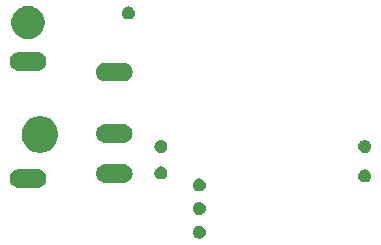
<source format=gbr>
G04 #@! TF.GenerationSoftware,KiCad,Pcbnew,5.0.1*
G04 #@! TF.CreationDate,2019-01-30T09:30:50+01:00*
G04 #@! TF.ProjectId,esp8266_rgb_strip_controller,657370383236365F736578795F737472,rev?*
G04 #@! TF.SameCoordinates,Original*
G04 #@! TF.FileFunction,Soldermask,Bot*
G04 #@! TF.FilePolarity,Negative*
%FSLAX46Y46*%
G04 Gerber Fmt 4.6, Leading zero omitted, Abs format (unit mm)*
G04 Created by KiCad (PCBNEW 5.0.1) date Wed 30 Jan 2019 09:30:50 AM CET*
%MOMM*%
%LPD*%
G01*
G04 APERTURE LIST*
%ADD10C,0.100000*%
G04 APERTURE END LIST*
D10*
G36*
X112660721Y-79220174D02*
X112760995Y-79261709D01*
X112851245Y-79322012D01*
X112927988Y-79398755D01*
X112988291Y-79489005D01*
X113029826Y-79589279D01*
X113051000Y-79695730D01*
X113051000Y-79804270D01*
X113029826Y-79910721D01*
X112988291Y-80010995D01*
X112927988Y-80101245D01*
X112851245Y-80177988D01*
X112760995Y-80238291D01*
X112660721Y-80279826D01*
X112554270Y-80301000D01*
X112445730Y-80301000D01*
X112339279Y-80279826D01*
X112239005Y-80238291D01*
X112148755Y-80177988D01*
X112072012Y-80101245D01*
X112011709Y-80010995D01*
X111970174Y-79910721D01*
X111949000Y-79804270D01*
X111949000Y-79695730D01*
X111970174Y-79589279D01*
X112011709Y-79489005D01*
X112072012Y-79398755D01*
X112148755Y-79322012D01*
X112239005Y-79261709D01*
X112339279Y-79220174D01*
X112445730Y-79199000D01*
X112554270Y-79199000D01*
X112660721Y-79220174D01*
X112660721Y-79220174D01*
G37*
G36*
X112660721Y-77220174D02*
X112760995Y-77261709D01*
X112851245Y-77322012D01*
X112927988Y-77398755D01*
X112988291Y-77489005D01*
X113029826Y-77589279D01*
X113051000Y-77695730D01*
X113051000Y-77804270D01*
X113029826Y-77910721D01*
X112988291Y-78010995D01*
X112927988Y-78101245D01*
X112851245Y-78177988D01*
X112760995Y-78238291D01*
X112660721Y-78279826D01*
X112554270Y-78301000D01*
X112445730Y-78301000D01*
X112339279Y-78279826D01*
X112239005Y-78238291D01*
X112148755Y-78177988D01*
X112072012Y-78101245D01*
X112011709Y-78010995D01*
X111970174Y-77910721D01*
X111949000Y-77804270D01*
X111949000Y-77695730D01*
X111970174Y-77589279D01*
X112011709Y-77489005D01*
X112072012Y-77398755D01*
X112148755Y-77322012D01*
X112239005Y-77261709D01*
X112339279Y-77220174D01*
X112445730Y-77199000D01*
X112554270Y-77199000D01*
X112660721Y-77220174D01*
X112660721Y-77220174D01*
G37*
G36*
X112660721Y-75220174D02*
X112760995Y-75261709D01*
X112851245Y-75322012D01*
X112927988Y-75398755D01*
X112988291Y-75489005D01*
X113029826Y-75589279D01*
X113051000Y-75695730D01*
X113051000Y-75804270D01*
X113029826Y-75910721D01*
X112988291Y-76010995D01*
X112927988Y-76101245D01*
X112851245Y-76177988D01*
X112760995Y-76238291D01*
X112660721Y-76279826D01*
X112554270Y-76301000D01*
X112445730Y-76301000D01*
X112339279Y-76279826D01*
X112239005Y-76238291D01*
X112148755Y-76177988D01*
X112072012Y-76101245D01*
X112011709Y-76010995D01*
X111970174Y-75910721D01*
X111949000Y-75804270D01*
X111949000Y-75695730D01*
X111970174Y-75589279D01*
X112011709Y-75489005D01*
X112072012Y-75398755D01*
X112148755Y-75322012D01*
X112239005Y-75261709D01*
X112339279Y-75220174D01*
X112445730Y-75199000D01*
X112554270Y-75199000D01*
X112660721Y-75220174D01*
X112660721Y-75220174D01*
G37*
G36*
X98907025Y-74410590D02*
X99058012Y-74456392D01*
X99197165Y-74530770D01*
X99319133Y-74630867D01*
X99419230Y-74752835D01*
X99493608Y-74891988D01*
X99539410Y-75042975D01*
X99554875Y-75200000D01*
X99539410Y-75357025D01*
X99493608Y-75508012D01*
X99419230Y-75647165D01*
X99319133Y-75769133D01*
X99197165Y-75869230D01*
X99058012Y-75943608D01*
X98907025Y-75989410D01*
X98789346Y-76001000D01*
X97210654Y-76001000D01*
X97092975Y-75989410D01*
X96941988Y-75943608D01*
X96802835Y-75869230D01*
X96680867Y-75769133D01*
X96580770Y-75647165D01*
X96506392Y-75508012D01*
X96460590Y-75357025D01*
X96445125Y-75200000D01*
X96460590Y-75042975D01*
X96506392Y-74891988D01*
X96580770Y-74752835D01*
X96680867Y-74630867D01*
X96802835Y-74530770D01*
X96941988Y-74456392D01*
X97092975Y-74410590D01*
X97210654Y-74399000D01*
X98789346Y-74399000D01*
X98907025Y-74410590D01*
X98907025Y-74410590D01*
G37*
G36*
X106207025Y-74010590D02*
X106358012Y-74056392D01*
X106497165Y-74130770D01*
X106619133Y-74230867D01*
X106719230Y-74352835D01*
X106793608Y-74491988D01*
X106839410Y-74642975D01*
X106854875Y-74800000D01*
X106839410Y-74957025D01*
X106793608Y-75108012D01*
X106719230Y-75247165D01*
X106619133Y-75369133D01*
X106497165Y-75469230D01*
X106358012Y-75543608D01*
X106207025Y-75589410D01*
X106089346Y-75601000D01*
X104510654Y-75601000D01*
X104392975Y-75589410D01*
X104241988Y-75543608D01*
X104102835Y-75469230D01*
X103980867Y-75369133D01*
X103880770Y-75247165D01*
X103806392Y-75108012D01*
X103760590Y-74957025D01*
X103745125Y-74800000D01*
X103760590Y-74642975D01*
X103806392Y-74491988D01*
X103880770Y-74352835D01*
X103980867Y-74230867D01*
X104102835Y-74130770D01*
X104241988Y-74056392D01*
X104392975Y-74010590D01*
X104510654Y-73999000D01*
X106089346Y-73999000D01*
X106207025Y-74010590D01*
X106207025Y-74010590D01*
G37*
G36*
X126660721Y-74470174D02*
X126760995Y-74511709D01*
X126851245Y-74572012D01*
X126927988Y-74648755D01*
X126988291Y-74739005D01*
X127029826Y-74839279D01*
X127051000Y-74945730D01*
X127051000Y-75054270D01*
X127029826Y-75160721D01*
X126988291Y-75260995D01*
X126927988Y-75351245D01*
X126851245Y-75427988D01*
X126760995Y-75488291D01*
X126660721Y-75529826D01*
X126554270Y-75551000D01*
X126445730Y-75551000D01*
X126339279Y-75529826D01*
X126239005Y-75488291D01*
X126148755Y-75427988D01*
X126072012Y-75351245D01*
X126011709Y-75260995D01*
X125970174Y-75160721D01*
X125949000Y-75054270D01*
X125949000Y-74945730D01*
X125970174Y-74839279D01*
X126011709Y-74739005D01*
X126072012Y-74648755D01*
X126148755Y-74572012D01*
X126239005Y-74511709D01*
X126339279Y-74470174D01*
X126445730Y-74449000D01*
X126554270Y-74449000D01*
X126660721Y-74470174D01*
X126660721Y-74470174D01*
G37*
G36*
X109410721Y-74220174D02*
X109510995Y-74261709D01*
X109601245Y-74322012D01*
X109677988Y-74398755D01*
X109738291Y-74489005D01*
X109779826Y-74589279D01*
X109801000Y-74695730D01*
X109801000Y-74804270D01*
X109779826Y-74910721D01*
X109738291Y-75010995D01*
X109677988Y-75101245D01*
X109601245Y-75177988D01*
X109510995Y-75238291D01*
X109410721Y-75279826D01*
X109304270Y-75301000D01*
X109195730Y-75301000D01*
X109089279Y-75279826D01*
X108989005Y-75238291D01*
X108898755Y-75177988D01*
X108822012Y-75101245D01*
X108761709Y-75010995D01*
X108720174Y-74910721D01*
X108699000Y-74804270D01*
X108699000Y-74695730D01*
X108720174Y-74589279D01*
X108761709Y-74489005D01*
X108822012Y-74398755D01*
X108898755Y-74322012D01*
X108989005Y-74261709D01*
X109089279Y-74220174D01*
X109195730Y-74199000D01*
X109304270Y-74199000D01*
X109410721Y-74220174D01*
X109410721Y-74220174D01*
G37*
G36*
X126660721Y-71970174D02*
X126760995Y-72011709D01*
X126851245Y-72072012D01*
X126927988Y-72148755D01*
X126988291Y-72239005D01*
X127029826Y-72339279D01*
X127051000Y-72445730D01*
X127051000Y-72554270D01*
X127029826Y-72660721D01*
X126988291Y-72760995D01*
X126927988Y-72851245D01*
X126851245Y-72927988D01*
X126760995Y-72988291D01*
X126660721Y-73029826D01*
X126554270Y-73051000D01*
X126445730Y-73051000D01*
X126339279Y-73029826D01*
X126239005Y-72988291D01*
X126148755Y-72927988D01*
X126072012Y-72851245D01*
X126011709Y-72760995D01*
X125970174Y-72660721D01*
X125949000Y-72554270D01*
X125949000Y-72445730D01*
X125970174Y-72339279D01*
X126011709Y-72239005D01*
X126072012Y-72148755D01*
X126148755Y-72072012D01*
X126239005Y-72011709D01*
X126339279Y-71970174D01*
X126445730Y-71949000D01*
X126554270Y-71949000D01*
X126660721Y-71970174D01*
X126660721Y-71970174D01*
G37*
G36*
X109410721Y-71970174D02*
X109510995Y-72011709D01*
X109601245Y-72072012D01*
X109677988Y-72148755D01*
X109738291Y-72239005D01*
X109779826Y-72339279D01*
X109801000Y-72445730D01*
X109801000Y-72554270D01*
X109779826Y-72660721D01*
X109738291Y-72760995D01*
X109677988Y-72851245D01*
X109601245Y-72927988D01*
X109510995Y-72988291D01*
X109410721Y-73029826D01*
X109304270Y-73051000D01*
X109195730Y-73051000D01*
X109089279Y-73029826D01*
X108989005Y-72988291D01*
X108898755Y-72927988D01*
X108822012Y-72851245D01*
X108761709Y-72760995D01*
X108720174Y-72660721D01*
X108699000Y-72554270D01*
X108699000Y-72445730D01*
X108720174Y-72339279D01*
X108761709Y-72239005D01*
X108822012Y-72148755D01*
X108898755Y-72072012D01*
X108989005Y-72011709D01*
X109089279Y-71970174D01*
X109195730Y-71949000D01*
X109304270Y-71949000D01*
X109410721Y-71970174D01*
X109410721Y-71970174D01*
G37*
G36*
X99352527Y-69988736D02*
X99452410Y-70008604D01*
X99734674Y-70125521D01*
X99988705Y-70295259D01*
X100204741Y-70511295D01*
X100374479Y-70765326D01*
X100452147Y-70952835D01*
X100491396Y-71047591D01*
X100530261Y-71242975D01*
X100551000Y-71347240D01*
X100551000Y-71652760D01*
X100491396Y-71952410D01*
X100374479Y-72234674D01*
X100204741Y-72488705D01*
X99988705Y-72704741D01*
X99734674Y-72874479D01*
X99452410Y-72991396D01*
X99352527Y-73011264D01*
X99152762Y-73051000D01*
X98847238Y-73051000D01*
X98647473Y-73011264D01*
X98547590Y-72991396D01*
X98265326Y-72874479D01*
X98011295Y-72704741D01*
X97795259Y-72488705D01*
X97625521Y-72234674D01*
X97508604Y-71952410D01*
X97449000Y-71652760D01*
X97449000Y-71347240D01*
X97469740Y-71242975D01*
X97508604Y-71047591D01*
X97547853Y-70952835D01*
X97625521Y-70765326D01*
X97795259Y-70511295D01*
X98011295Y-70295259D01*
X98265326Y-70125521D01*
X98547590Y-70008604D01*
X98647473Y-69988736D01*
X98847238Y-69949000D01*
X99152762Y-69949000D01*
X99352527Y-69988736D01*
X99352527Y-69988736D01*
G37*
G36*
X106207025Y-70610590D02*
X106358012Y-70656392D01*
X106497165Y-70730770D01*
X106619133Y-70830867D01*
X106719230Y-70952835D01*
X106793608Y-71091988D01*
X106839410Y-71242975D01*
X106854875Y-71400000D01*
X106839410Y-71557025D01*
X106793608Y-71708012D01*
X106719230Y-71847165D01*
X106619133Y-71969133D01*
X106497165Y-72069230D01*
X106358012Y-72143608D01*
X106207025Y-72189410D01*
X106089346Y-72201000D01*
X104510654Y-72201000D01*
X104392975Y-72189410D01*
X104241988Y-72143608D01*
X104102835Y-72069230D01*
X103980867Y-71969133D01*
X103880770Y-71847165D01*
X103806392Y-71708012D01*
X103760590Y-71557025D01*
X103745125Y-71400000D01*
X103760590Y-71242975D01*
X103806392Y-71091988D01*
X103880770Y-70952835D01*
X103980867Y-70830867D01*
X104102835Y-70730770D01*
X104241988Y-70656392D01*
X104392975Y-70610590D01*
X104510654Y-70599000D01*
X106089346Y-70599000D01*
X106207025Y-70610590D01*
X106207025Y-70610590D01*
G37*
G36*
X106207025Y-65410590D02*
X106358012Y-65456392D01*
X106497165Y-65530770D01*
X106619133Y-65630867D01*
X106719230Y-65752835D01*
X106793608Y-65891988D01*
X106839410Y-66042975D01*
X106854875Y-66200000D01*
X106839410Y-66357025D01*
X106793608Y-66508012D01*
X106719230Y-66647165D01*
X106619133Y-66769133D01*
X106497165Y-66869230D01*
X106358012Y-66943608D01*
X106207025Y-66989410D01*
X106089346Y-67001000D01*
X104510654Y-67001000D01*
X104392975Y-66989410D01*
X104241988Y-66943608D01*
X104102835Y-66869230D01*
X103980867Y-66769133D01*
X103880770Y-66647165D01*
X103806392Y-66508012D01*
X103760590Y-66357025D01*
X103745125Y-66200000D01*
X103760590Y-66042975D01*
X103806392Y-65891988D01*
X103880770Y-65752835D01*
X103980867Y-65630867D01*
X104102835Y-65530770D01*
X104241988Y-65456392D01*
X104392975Y-65410590D01*
X104510654Y-65399000D01*
X106089346Y-65399000D01*
X106207025Y-65410590D01*
X106207025Y-65410590D01*
G37*
G36*
X98907025Y-64510590D02*
X99058012Y-64556392D01*
X99197165Y-64630770D01*
X99319133Y-64730867D01*
X99419230Y-64852835D01*
X99493608Y-64991988D01*
X99539410Y-65142975D01*
X99554875Y-65300000D01*
X99539410Y-65457025D01*
X99493608Y-65608012D01*
X99419230Y-65747165D01*
X99319133Y-65869133D01*
X99197165Y-65969230D01*
X99058012Y-66043608D01*
X98907025Y-66089410D01*
X98789346Y-66101000D01*
X97210654Y-66101000D01*
X97092975Y-66089410D01*
X96941988Y-66043608D01*
X96802835Y-65969230D01*
X96680867Y-65869133D01*
X96580770Y-65747165D01*
X96506392Y-65608012D01*
X96460590Y-65457025D01*
X96445125Y-65300000D01*
X96460590Y-65142975D01*
X96506392Y-64991988D01*
X96580770Y-64852835D01*
X96680867Y-64730867D01*
X96802835Y-64630770D01*
X96941988Y-64556392D01*
X97092975Y-64510590D01*
X97210654Y-64499000D01*
X98789346Y-64499000D01*
X98907025Y-64510590D01*
X98907025Y-64510590D01*
G37*
G36*
X98318433Y-60634893D02*
X98408657Y-60652839D01*
X98450509Y-60670175D01*
X98663621Y-60758449D01*
X98893089Y-60911774D01*
X99088226Y-61106911D01*
X99241551Y-61336379D01*
X99293169Y-61460995D01*
X99330552Y-61551245D01*
X99347161Y-61591344D01*
X99401000Y-61862012D01*
X99401000Y-62137988D01*
X99347161Y-62408656D01*
X99241551Y-62663621D01*
X99088226Y-62893089D01*
X98893089Y-63088226D01*
X98663621Y-63241551D01*
X98514267Y-63303415D01*
X98408657Y-63347161D01*
X98318433Y-63365107D01*
X98137988Y-63401000D01*
X97862012Y-63401000D01*
X97681567Y-63365107D01*
X97591343Y-63347161D01*
X97485733Y-63303415D01*
X97336379Y-63241551D01*
X97106911Y-63088226D01*
X96911774Y-62893089D01*
X96758449Y-62663621D01*
X96652839Y-62408656D01*
X96599000Y-62137988D01*
X96599000Y-61862012D01*
X96652839Y-61591344D01*
X96669449Y-61551245D01*
X96706831Y-61460995D01*
X96758449Y-61336379D01*
X96911774Y-61106911D01*
X97106911Y-60911774D01*
X97336379Y-60758449D01*
X97549491Y-60670175D01*
X97591343Y-60652839D01*
X97681567Y-60634893D01*
X97862012Y-60599000D01*
X98137988Y-60599000D01*
X98318433Y-60634893D01*
X98318433Y-60634893D01*
G37*
G36*
X106660721Y-60670174D02*
X106760995Y-60711709D01*
X106851245Y-60772012D01*
X106927988Y-60848755D01*
X106988291Y-60939005D01*
X107029826Y-61039279D01*
X107051000Y-61145730D01*
X107051000Y-61254270D01*
X107029826Y-61360721D01*
X106988291Y-61460995D01*
X106927988Y-61551245D01*
X106851245Y-61627988D01*
X106760995Y-61688291D01*
X106660721Y-61729826D01*
X106554270Y-61751000D01*
X106445730Y-61751000D01*
X106339279Y-61729826D01*
X106239005Y-61688291D01*
X106148755Y-61627988D01*
X106072012Y-61551245D01*
X106011709Y-61460995D01*
X105970174Y-61360721D01*
X105949000Y-61254270D01*
X105949000Y-61145730D01*
X105970174Y-61039279D01*
X106011709Y-60939005D01*
X106072012Y-60848755D01*
X106148755Y-60772012D01*
X106239005Y-60711709D01*
X106339279Y-60670174D01*
X106445730Y-60649000D01*
X106554270Y-60649000D01*
X106660721Y-60670174D01*
X106660721Y-60670174D01*
G37*
M02*

</source>
